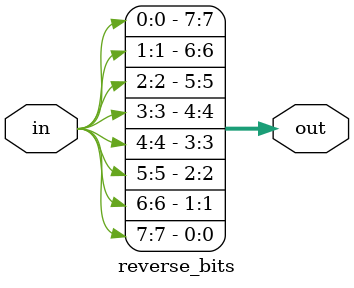
<source format=v>
module reverse_bits #(parameter N = 8) ( // N طول بیت‌های ورودی و خروجی
    input  [N-1:0] in,   // ورودی N بیتی
    output [N-1:0] out   // خروجی N بیتی با بیت‌های معکوس
);
    genvar i;  // متغیر برای تولید سخت‌افزار
    generate
        for (i = 0; i < N; i = i + 1) begin : bit_reverse
            assign out[i] = in[N-1-i];
        end
    endgenerate
endmodule

</source>
